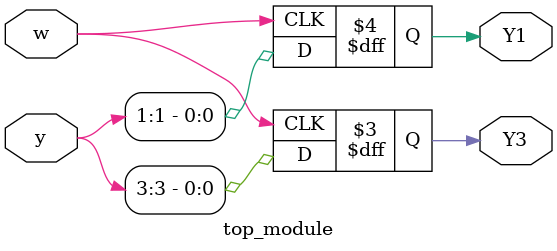
<source format=sv>
module top_module (
	input [5:0] y,
	input w,
	output Y1,
	output Y3
);

	// Flip-flop for Y1
	always @(posedge w)
	begin
		Y1 <= y[1];
	end

	// Flip-flop for Y3
	always @(posedge w)
	begin
		Y3 <= y[3];
	end

endmodule

</source>
